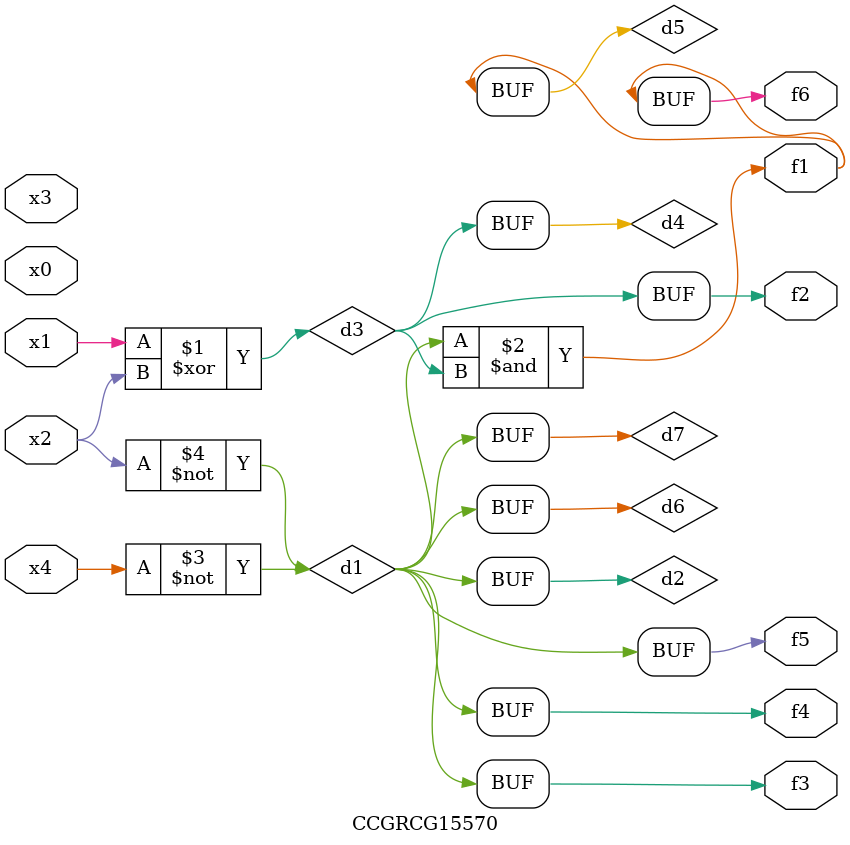
<source format=v>
module CCGRCG15570(
	input x0, x1, x2, x3, x4,
	output f1, f2, f3, f4, f5, f6
);

	wire d1, d2, d3, d4, d5, d6, d7;

	not (d1, x4);
	not (d2, x2);
	xor (d3, x1, x2);
	buf (d4, d3);
	and (d5, d1, d3);
	buf (d6, d1, d2);
	buf (d7, d2);
	assign f1 = d5;
	assign f2 = d4;
	assign f3 = d7;
	assign f4 = d7;
	assign f5 = d7;
	assign f6 = d5;
endmodule

</source>
